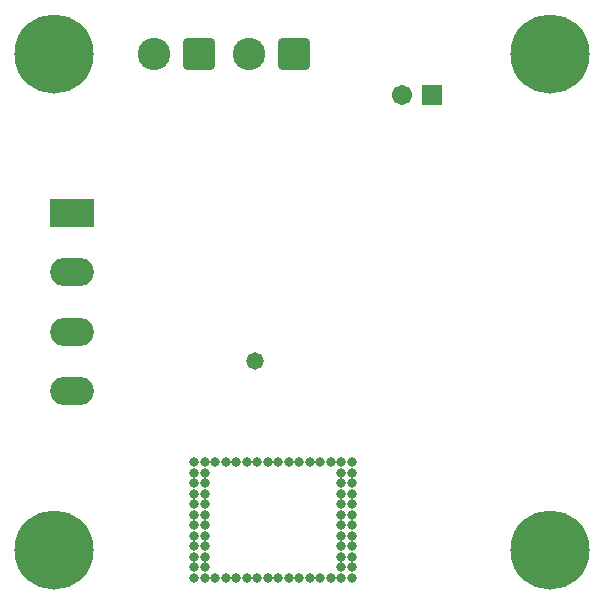
<source format=gbs>
G04 Layer_Color=16711935*
%FSLAX25Y25*%
%MOIN*%
G70*
G01*
G75*
%ADD43R,0.06706X0.06706*%
%ADD44C,0.06706*%
G04:AMPARAMS|DCode=45|XSize=108mil|YSize=108mil|CornerRadius=16.5mil|HoleSize=0mil|Usage=FLASHONLY|Rotation=90.000|XOffset=0mil|YOffset=0mil|HoleType=Round|Shape=RoundedRectangle|*
%AMROUNDEDRECTD45*
21,1,0.10800,0.07500,0,0,90.0*
21,1,0.07500,0.10800,0,0,90.0*
1,1,0.03300,0.03750,0.03750*
1,1,0.03300,0.03750,-0.03750*
1,1,0.03300,-0.03750,-0.03750*
1,1,0.03300,-0.03750,0.03750*
%
%ADD45ROUNDEDRECTD45*%
%ADD46C,0.10800*%
%ADD47O,0.14579X0.09461*%
%ADD48R,0.14579X0.09461*%
%ADD49C,0.26391*%
%ADD50C,0.03300*%
%ADD51C,0.05800*%
D43*
X141890Y167323D02*
D03*
D44*
X131890D02*
D03*
D45*
X64213Y181102D02*
D03*
X95709D02*
D03*
D46*
X49213D02*
D03*
X80709D02*
D03*
D47*
X21654Y68898D02*
D03*
Y88583D02*
D03*
Y108268D02*
D03*
D48*
Y127953D02*
D03*
D49*
X181102Y15748D02*
D03*
Y181102D02*
D03*
X15748D02*
D03*
Y15748D02*
D03*
D50*
X115075Y45075D02*
D03*
Y41575D02*
D03*
Y38075D02*
D03*
Y34575D02*
D03*
Y31075D02*
D03*
Y27575D02*
D03*
Y24075D02*
D03*
Y20575D02*
D03*
Y17075D02*
D03*
Y13575D02*
D03*
Y10075D02*
D03*
Y6575D02*
D03*
X111575Y45075D02*
D03*
Y41575D02*
D03*
Y38075D02*
D03*
Y34575D02*
D03*
Y31075D02*
D03*
Y27575D02*
D03*
Y24075D02*
D03*
Y20575D02*
D03*
Y17075D02*
D03*
Y13575D02*
D03*
Y10075D02*
D03*
Y6575D02*
D03*
X108075Y45075D02*
D03*
Y6575D02*
D03*
X104575Y45075D02*
D03*
Y6575D02*
D03*
X101075Y45075D02*
D03*
Y6575D02*
D03*
X97575Y45075D02*
D03*
Y6575D02*
D03*
X94075Y45075D02*
D03*
Y6575D02*
D03*
X90575Y45075D02*
D03*
Y6575D02*
D03*
X87075Y45075D02*
D03*
Y6575D02*
D03*
X83575Y45075D02*
D03*
Y6575D02*
D03*
X80075Y45075D02*
D03*
Y6575D02*
D03*
X76575Y45075D02*
D03*
Y6575D02*
D03*
X73075Y45075D02*
D03*
Y6575D02*
D03*
X69575Y45075D02*
D03*
Y6575D02*
D03*
X66075Y45075D02*
D03*
Y41575D02*
D03*
Y38075D02*
D03*
Y34575D02*
D03*
Y31075D02*
D03*
Y27575D02*
D03*
Y24075D02*
D03*
Y20575D02*
D03*
Y17075D02*
D03*
Y13575D02*
D03*
Y10075D02*
D03*
Y6575D02*
D03*
X62575Y45075D02*
D03*
Y41575D02*
D03*
Y38075D02*
D03*
Y34575D02*
D03*
Y31075D02*
D03*
Y27575D02*
D03*
Y24075D02*
D03*
Y20575D02*
D03*
Y17075D02*
D03*
Y13575D02*
D03*
Y10075D02*
D03*
Y6575D02*
D03*
D51*
X82677Y78740D02*
D03*
M02*

</source>
